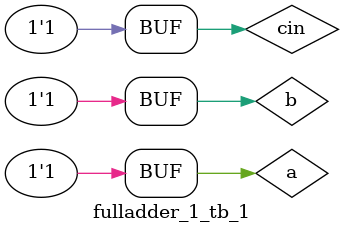
<source format=v>
module fulladder_1_tb_1;
	reg a, b, cin;
	wire s, cout;
	fulladder A0(.a(a), .b(b), .cin(cin), .sum(s), .cout(cout));
	initial begin
		a = 0; b = 0; cin = 0;
		#100;
		a = 0; b = 0; cin = 1;
		#100;
		a = 0; b = 1; cin = 0;
		#100;
		a = 0; b = 1; cin = 1;
		#100;
		a = 1; b = 0; cin = 0;
		#100;
		a = 1; b = 0; cin = 1;
		#100;
		a = 1; b = 1; cin = 0;
		#100;
		a = 1; b = 1; cin = 1;
		#100;
	end
endmodule

</source>
